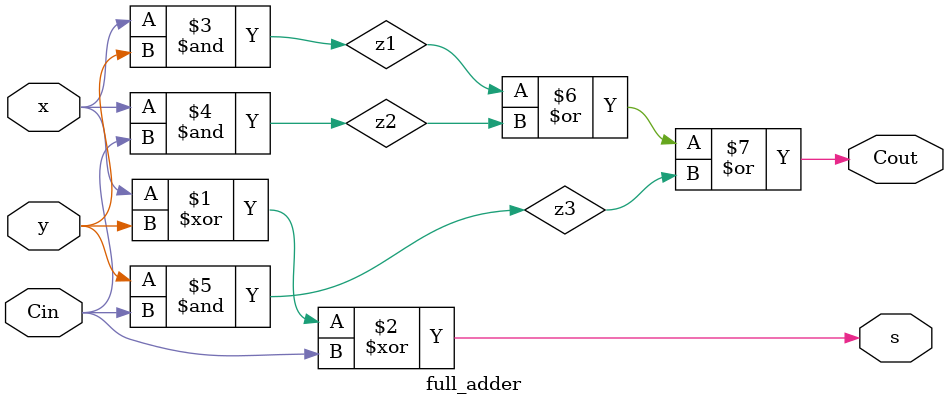
<source format=v>
module adder_64_bit (input1,input2,sum);
input [63:0] input1,input2;
output [63:0] sum;
wire [63:0] carry;
genvar i;
generate
    for(i=0;i<64;i=i+1)
    begin
        if(i==0)
           half_adder h(input1[i],input2[i],sum[i],carry[i]);
        else
          full_adder f(input1[i],input2[i],carry[i-1],sum[i],carry[i]);
    end
     
    
endgenerate
endmodule

module half_adder(a,b,s1,s0);
   input a,b;
   output s0,s1;

   assign s1=a&b;
   assign s0=a^b;
endmodule

module full_adder ( x, y,Cin,s, Cout);
input Cin, x, y;
output s, Cout;
xor (s, x, y, Cin);
and (z1, x, y);
and (z2, x, Cin);
and (z3, y, Cin);
or (Cout, z1, z2, z3);
endmodule
</source>
